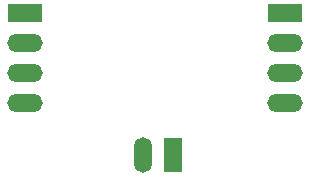
<source format=gbs>
G04 #@! TF.GenerationSoftware,KiCad,Pcbnew,6.0.2-378541a8eb~116~ubuntu20.04.1*
G04 #@! TF.CreationDate,2023-01-27T16:40:07+01:00*
G04 #@! TF.ProjectId,BUCKY_MOTOR_DRIVER,4255434b-595f-44d4-9f54-4f525f445249,rev?*
G04 #@! TF.SameCoordinates,Original*
G04 #@! TF.FileFunction,Soldermask,Bot*
G04 #@! TF.FilePolarity,Negative*
%FSLAX46Y46*%
G04 Gerber Fmt 4.6, Leading zero omitted, Abs format (unit mm)*
G04 Created by KiCad (PCBNEW 6.0.2-378541a8eb~116~ubuntu20.04.1) date 2023-01-27 16:40:07*
%MOMM*%
%LPD*%
G01*
G04 APERTURE LIST*
%ADD10R,1.500000X3.000000*%
%ADD11O,1.500000X3.000000*%
%ADD12R,3.000000X1.500000*%
%ADD13O,3.000000X1.500000*%
G04 APERTURE END LIST*
D10*
X134775000Y-68000000D03*
D11*
X132235000Y-68000000D03*
D12*
X144275000Y-55950000D03*
D13*
X144275000Y-58490000D03*
X144275000Y-61030000D03*
X144275000Y-63570000D03*
D12*
X122250000Y-55950000D03*
D13*
X122250000Y-58490000D03*
X122250000Y-61030000D03*
X122250000Y-63570000D03*
M02*

</source>
